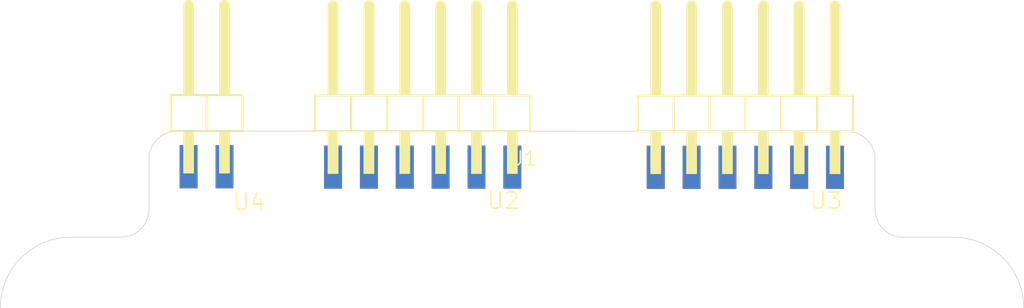
<source format=kicad_pcb>
(kicad_pcb (version 20221018) (generator pcbnew)
  (layers (0 "F.Cu" signal) (31 "B.Cu" signal) (34 "B.Paste" user) (35 "F.Paste" user) (36 "B.SilkS" user "B.Silkscreen") (37 "F.SilkS" user "F.Silkscreen") (38 "B.Mask" user) (39 "F.Mask" user) (44 "Edge.Cuts" user))
  (net 0 "")
  (net 1 "pmod1-_1")
  (net 2 "pmod1-_2")
  (net 3 "pmod1-_3")
  (net 4 "pmod1-_4")
  (net 5 "dm")
  (net 6 "pmod1-_6")
  (net 7 "dp")
  (net 8 "_8")
  (net 9 "gnd")
  (net 10 "vcc")
  (net 11 "pmod2-_1")
  (net 12 "pmod2-_2")
  (net 13 "pmod2-_3")
  (net 14 "pmod2-_4")
  (net 15 "_5")
  (net 16 "pmod2-_6")
  (net 17 "_7")
  (net 18 "io14")
  (net 19 "pin2x2-_1")
  (footprint "lib:2X06_EDGE_REVERSED" (layer "F.Cu") (at 182.4447 73.2579)
    (fp_text reference "U3" (at 6.9362 -1.8588) (layer "F.SilkS") (effects (font (size 1.1557 1.1557) (thickness 0.1143)) (justify right top)))
    (fp_text value "" hide)
    (fp_line (start -7.62 -8.636) (end -7.62 -6.096) (stroke (width 0.1524)) (layer "F.SilkS"))
    (fp_line (start -7.62 -6.096) (end -5.08 -6.096) (stroke (width 0.1524)) (layer "F.SilkS"))
    (fp_line (start -6.35 -14.986) (end -6.35 -9.271) (stroke (width 0.762)) (layer "F.SilkS"))
    (fp_line (start -5.08 -8.636) (end -7.62 -8.636) (stroke (width 0.1524)) (layer "F.SilkS"))
    (fp_line (start -5.08 -6.096) (end -5.08 -8.636) (stroke (width 0.1524)) (layer "F.SilkS"))
    (fp_line (start -5.08 -6.096) (end -2.54 -6.096) (stroke (width 0.1524)) (layer "F.SilkS"))
    (fp_line (start -3.81 -14.986) (end -3.81 -9.271) (stroke (width 0.762)) (layer "F.SilkS"))
    (fp_line (start -2.54 -8.636) (end -5.08 -8.636) (stroke (width 0.1524)) (layer "F.SilkS"))
    (fp_line (start -2.54 -6.096) (end -2.54 -8.636) (stroke (width 0.1524)) (layer "F.SilkS"))
    (fp_line (start -2.54 -6.096) (end 0 -6.096) (stroke (width 0.1524)) (layer "F.SilkS"))
    (fp_line (start -1.27 -14.986) (end -1.27 -9.271) (stroke (width 0.762)) (layer "F.SilkS"))
    (fp_line (start 0 -8.636) (end -2.54 -8.636) (stroke (width 0.1524)) (layer "F.SilkS"))
    (fp_line (start 0 -6.096) (end 0 -8.636) (stroke (width 0.1524)) (layer "F.SilkS"))
    (fp_line (start 0 -6.096) (end 2.54 -6.096) (stroke (width 0.1524)) (layer "F.SilkS"))
    (fp_line (start 1.27 -14.986) (end 1.27 -9.271) (stroke (width 0.762)) (layer "F.SilkS"))
    (fp_line (start 2.54 -8.636) (end 0 -8.636) (stroke (width 0.1524)) (layer "F.SilkS"))
    (fp_line (start 2.54 -6.096) (end 2.54 -8.636) (stroke (width 0.1524)) (layer "F.SilkS"))
    (fp_line (start 2.54 -6.096) (end 5.08 -6.096) (stroke (width 0.1524)) (layer "F.SilkS"))
    (fp_line (start 3.81 -14.986) (end 3.81 -9.271) (stroke (width 0.762)) (layer "F.SilkS"))
    (fp_line (start 5.08 -8.636) (end 2.54 -8.636) (stroke (width 0.1524)) (layer "F.SilkS"))
    (fp_line (start 5.08 -6.096) (end 5.08 -8.636) (stroke (width 0.1524)) (layer "F.SilkS"))
    (fp_line (start 5.08 -6.096) (end 7.62 -6.096) (stroke (width 0.1524)) (layer "F.SilkS"))
    (fp_line (start 6.35 -14.986) (end 6.35 -9.271) (stroke (width 0.762)) (layer "F.SilkS"))
    (fp_line (start 7.62 -8.636) (end 5.08 -8.636) (stroke (width 0.1524)) (layer "F.SilkS"))
    (fp_line (start 7.62 -6.096) (end 7.62 -8.636) (stroke (width 0.1524)) (layer "F.SilkS"))
    (fp_poly (pts (xy -6.731 -8.636) (xy -5.969 -8.636) (xy -5.969 -9.144) (xy -6.731 -9.144)) (fill solid) (layer "F.SilkS"))
    (fp_poly (pts (xy -6.731 -3.08) (xy -5.969 -3.08) (xy -5.969 -6.096) (xy -6.731 -6.096)) (fill solid) (layer "F.SilkS"))
    (fp_poly (pts (xy -4.191 -8.636) (xy -3.429 -8.636) (xy -3.429 -9.144) (xy -4.191 -9.144)) (fill solid) (layer "F.SilkS"))
    (fp_poly (pts (xy -4.191 -3.08) (xy -3.429 -3.08) (xy -3.429 -6.096) (xy -4.191 -6.096)) (fill solid) (layer "F.SilkS"))
    (fp_poly (pts (xy -1.651 -8.636) (xy -0.889 -8.636) (xy -0.889 -9.144) (xy -1.651 -9.144)) (fill solid) (layer "F.SilkS"))
    (fp_poly (pts (xy -1.651 -3.08) (xy -0.889 -3.08) (xy -0.889 -6.096) (xy -1.651 -6.096)) (fill solid) (layer "F.SilkS"))
    (fp_poly (pts (xy 0.889 -8.636) (xy 1.651 -8.636) (xy 1.651 -9.144) (xy 0.889 -9.144)) (fill solid) (layer "F.SilkS"))
    (fp_poly (pts (xy 0.889 -3.08) (xy 1.651 -3.08) (xy 1.651 -6.096) (xy 0.889 -6.096)) (fill solid) (layer "F.SilkS"))
    (fp_poly (pts (xy 3.429 -8.636) (xy 4.191 -8.636) (xy 4.191 -9.144) (xy 3.429 -9.144)) (fill solid) (layer "F.SilkS"))
    (fp_poly (pts (xy 3.429 -3.08) (xy 4.191 -3.08) (xy 4.191 -6.096) (xy 3.429 -6.096)) (fill solid) (layer "F.SilkS"))
    (fp_poly (pts (xy 5.969 -8.636) (xy 6.731 -8.636) (xy 6.731 -9.144) (xy 5.969 -9.144)) (fill solid) (layer "F.SilkS"))
    (fp_poly (pts (xy 5.969 -3.08) (xy 6.731 -3.08) (xy 6.731 -6.096) (xy 5.969 -6.096)) (fill solid) (layer "F.SilkS"))
    (pad "1" smd rect (at 6.35 -3.556 90) (size 3.048 1.27) (layers "F.Cu" "F.Paste" "F.Mask") (net 11 "pmod2-_1"))
    (pad "2" smd rect (at 6.35 -3.556 90) (size 3.048 1.27) (layers "B.Cu" "B.Paste" "B.Mask") (net 12 "pmod2-_2"))
    (pad "3" smd rect (at 3.81 -3.556 90) (size 3.048 1.27) (layers "F.Cu" "F.Paste" "F.Mask") (net 13 "pmod2-_3"))
    (pad "4" smd rect (at 3.81 -3.556 90) (size 3.048 1.27) (layers "B.Cu" "B.Paste" "B.Mask") (net 14 "pmod2-_4"))
    (pad "5" smd rect (at 1.27 -3.556 90) (size 3.048 1.27) (layers "F.Cu" "F.Paste" "F.Mask") (net 15 "_5"))
    (pad "6" smd rect (at 1.27 -3.556 90) (size 3.048 1.27) (layers "B.Cu" "B.Paste" "B.Mask") (net 16 "pmod2-_6"))
    (pad "7" smd rect (at -1.27 -3.556 90) (size 3.048 1.27) (layers "F.Cu" "F.Paste" "F.Mask") (net 17 "_7"))
    (pad "8" smd rect (at -1.27 -3.556 90) (size 3.048 1.27) (layers "B.Cu" "B.Paste" "B.Mask") (net 18 "io14"))
    (pad "9" smd rect (at -3.81 -3.556 90) (size 3.048 1.27) (layers "F.Cu" "F.Paste" "F.Mask") (net 9 "gnd"))
    (pad "10" smd rect (at -3.81 -3.556 90) (size 3.048 1.27) (layers "B.Cu" "B.Paste" "B.Mask") (net 9 "gnd"))
    (pad "11" smd rect (at -6.35 -3.556 90) (size 3.048 1.27) (layers "F.Cu" "F.Paste" "F.Mask") (net 10 "vcc"))
    (pad "12" smd rect (at -6.35 -3.556 90) (size 3.048 1.27) (layers "B.Cu" "B.Paste" "B.Mask") (net 10 "vcc"))
  )
  (footprint "lib:BOX_EMU" (layer "F.Cu") (at 166.685791 69.575149)
    (fp_text reference "U1" (at 0 -0.5 unlocked) (layer "F.SilkS") (effects (font (thickness 0.1))))
    (fp_text value "")
    (fp_line (start -32.020022 5.079733) (end -28.473544 5.079733) (stroke (width 0.05)) (layer "Edge.Cuts"))
    (fp_line (start -26.48399 -0.44303) (end -26.48399 3.075642) (stroke (width 0.05)) (layer "Edge.Cuts"))
    (fp_line (start 22.94421 -2.424199) (end -24.496959 -2.443149) (stroke (width 0.05)) (layer "Edge.Cuts"))
    (fp_line (start 24.94401 3.080001) (end 24.94401 -0.424199) (stroke (width 0.05)) (layer "Edge.Cuts"))
    (fp_line (start 30.48 5.080001) (end 26.94401 5.080001) (stroke (width 0.05)) (layer "Edge.Cuts"))
    (fp_arc (start -37.019991 10.079761) (mid -35.55556 6.544205) (end -32.020022 5.079733) (stroke (width 0.05)) (layer "Edge.Cuts"))
    (fp_arc (start -26.48399 -0.443031) (mid -25.90284 -1.852757) (end -24.496959 -2.443149) (stroke (width 0.05)) (layer "Edge.Cuts"))
    (fp_arc (start -26.48399 3.075641) (mid -27.064636 4.4847) (end -28.469422 5.075611) (stroke (width 0.05)) (layer "Edge.Cuts"))
    (fp_arc (start 22.944209 -2.424199) (mid 24.358289 -1.838337) (end 24.94401 -0.424199) (stroke (width 0.05)) (layer "Edge.Cuts"))
    (fp_arc (start 26.94401 5.080001) (mid 25.529791 4.49422) (end 24.94401 3.080001) (stroke (width 0.05)) (layer "Edge.Cuts"))
    (fp_arc (start 30.48 5.08) (mid 34.015533 6.544465) (end 35.48001 10.079992) (stroke (width 0.05)) (layer "Edge.Cuts"))
  )
  (footprint "lib:2X02_EDGE_REVERSED" (layer "F.Cu") (at 144.272 66.8655)
    (fp_text reference "U4" (at 1.778 5.969) (layer "F.SilkS") (effects (font (size 1.1557 1.1557) (thickness 0.1143)) (justify left bottom)))
    (fp_text value "" hide)
    (fp_line (start -2.54 -2.286) (end -2.54 0.254) (stroke (width 0.1524)) (layer "F.SilkS"))
    (fp_line (start -2.54 0.254) (end 0 0.254) (stroke (width 0.1524)) (layer "F.SilkS"))
    (fp_line (start -1.27 -8.636) (end -1.27 -2.921) (stroke (width 0.762)) (layer "F.SilkS"))
    (fp_line (start 0 -2.286) (end -2.54 -2.286) (stroke (width 0.1524)) (layer "F.SilkS"))
    (fp_line (start 0 0.254) (end 0 -2.286) (stroke (width 0.1524)) (layer "F.SilkS"))
    (fp_line (start 0 0.254) (end 2.54 0.254) (stroke (width 0.1524)) (layer "F.SilkS"))
    (fp_line (start 1.27 -8.636) (end 1.27 -2.921) (stroke (width 0.762)) (layer "F.SilkS"))
    (fp_line (start 2.54 -2.286) (end 0 -2.286) (stroke (width 0.1524)) (layer "F.SilkS"))
    (fp_line (start 2.54 0.254) (end 2.54 -2.286) (stroke (width 0.1524)) (layer "F.SilkS"))
    (fp_poly (pts (xy -1.651 -2.286) (xy -0.889 -2.286) (xy -0.889 -2.794) (xy -1.651 -2.794)) (fill solid) (layer "F.SilkS"))
    (fp_poly (pts (xy -1.651 3.27) (xy -0.889 3.27) (xy -0.889 0.254) (xy -1.651 0.254)) (fill solid) (layer "F.SilkS"))
    (fp_poly (pts (xy 0.889 -2.286) (xy 1.651 -2.286) (xy 1.651 -2.794) (xy 0.889 -2.794)) (fill solid) (layer "F.SilkS"))
    (fp_poly (pts (xy 0.889 3.27) (xy 1.651 3.27) (xy 1.651 0.254) (xy 0.889 0.254)) (fill solid) (layer "F.SilkS"))
    (pad "1" smd rect (at 1.27 2.794 90) (size 3.048 1.27) (layers "F.Cu" "F.Paste" "F.Mask") (net 19 "pin2x2-_1"))
    (pad "2" smd rect (at 1.27 2.794 90) (size 3.048 1.27) (layers "B.Cu" "B.Paste" "B.Mask") (net 9 "gnd"))
    (pad "3" smd rect (at -1.27 2.794 90) (size 3.048 1.27) (layers "F.Cu" "F.Paste" "F.Mask") (net 9 "gnd"))
    (pad "4" smd rect (at -1.27 2.794 90) (size 3.048 1.27) (layers "B.Cu" "B.Paste" "B.Mask") (net 19 "pin2x2-_1"))
  )
  (footprint "lib:2X06_EDGE_REVERSED" (layer "F.Cu") (at 159.5848 73.2458)
    (fp_text reference "U2" (at 6.9362 -1.8588) (layer "F.SilkS") (effects (font (size 1.1557 1.1557) (thickness 0.1143)) (justify right top)))
    (fp_text value "" hide)
    (fp_line (start -7.62 -8.636) (end -7.62 -6.096) (stroke (width 0.1524)) (layer "F.SilkS"))
    (fp_line (start -7.62 -6.096) (end -5.08 -6.096) (stroke (width 0.1524)) (layer "F.SilkS"))
    (fp_line (start -6.35 -14.986) (end -6.35 -9.271) (stroke (width 0.762)) (layer "F.SilkS"))
    (fp_line (start -5.08 -8.636) (end -7.62 -8.636) (stroke (width 0.1524)) (layer "F.SilkS"))
    (fp_line (start -5.08 -6.096) (end -5.08 -8.636) (stroke (width 0.1524)) (layer "F.SilkS"))
    (fp_line (start -5.08 -6.096) (end -2.54 -6.096) (stroke (width 0.1524)) (layer "F.SilkS"))
    (fp_line (start -3.81 -14.986) (end -3.81 -9.271) (stroke (width 0.762)) (layer "F.SilkS"))
    (fp_line (start -2.54 -8.636) (end -5.08 -8.636) (stroke (width 0.1524)) (layer "F.SilkS"))
    (fp_line (start -2.54 -6.096) (end -2.54 -8.636) (stroke (width 0.1524)) (layer "F.SilkS"))
    (fp_line (start -2.54 -6.096) (end 0 -6.096) (stroke (width 0.1524)) (layer "F.SilkS"))
    (fp_line (start -1.27 -14.986) (end -1.27 -9.271) (stroke (width 0.762)) (layer "F.SilkS"))
    (fp_line (start 0 -8.636) (end -2.54 -8.636) (stroke (width 0.1524)) (layer "F.SilkS"))
    (fp_line (start 0 -6.096) (end 0 -8.636) (stroke (width 0.1524)) (layer "F.SilkS"))
    (fp_line (start 0 -6.096) (end 2.54 -6.096) (stroke (width 0.1524)) (layer "F.SilkS"))
    (fp_line (start 1.27 -14.986) (end 1.27 -9.271) (stroke (width 0.762)) (layer "F.SilkS"))
    (fp_line (start 2.54 -8.636) (end 0 -8.636) (stroke (width 0.1524)) (layer "F.SilkS"))
    (fp_line (start 2.54 -6.096) (end 2.54 -8.636) (stroke (width 0.1524)) (layer "F.SilkS"))
    (fp_line (start 2.54 -6.096) (end 5.08 -6.096) (stroke (width 0.1524)) (layer "F.SilkS"))
    (fp_line (start 3.81 -14.986) (end 3.81 -9.271) (stroke (width 0.762)) (layer "F.SilkS"))
    (fp_line (start 5.08 -8.636) (end 2.54 -8.636) (stroke (width 0.1524)) (layer "F.SilkS"))
    (fp_line (start 5.08 -6.096) (end 5.08 -8.636) (stroke (width 0.1524)) (layer "F.SilkS"))
    (fp_line (start 5.08 -6.096) (end 7.62 -6.096) (stroke (width 0.1524)) (layer "F.SilkS"))
    (fp_line (start 6.35 -14.986) (end 6.35 -9.271) (stroke (width 0.762)) (layer "F.SilkS"))
    (fp_line (start 7.62 -8.636) (end 5.08 -8.636) (stroke (width 0.1524)) (layer "F.SilkS"))
    (fp_line (start 7.62 -6.096) (end 7.62 -8.636) (stroke (width 0.1524)) (layer "F.SilkS"))
    (fp_poly (pts (xy -6.731 -8.636) (xy -5.969 -8.636) (xy -5.969 -9.144) (xy -6.731 -9.144)) (fill solid) (layer "F.SilkS"))
    (fp_poly (pts (xy -6.731 -3.08) (xy -5.969 -3.08) (xy -5.969 -6.096) (xy -6.731 -6.096)) (fill solid) (layer "F.SilkS"))
    (fp_poly (pts (xy -4.191 -8.636) (xy -3.429 -8.636) (xy -3.429 -9.144) (xy -4.191 -9.144)) (fill solid) (layer "F.SilkS"))
    (fp_poly (pts (xy -4.191 -3.08) (xy -3.429 -3.08) (xy -3.429 -6.096) (xy -4.191 -6.096)) (fill solid) (layer "F.SilkS"))
    (fp_poly (pts (xy -1.651 -8.636) (xy -0.889 -8.636) (xy -0.889 -9.144) (xy -1.651 -9.144)) (fill solid) (layer "F.SilkS"))
    (fp_poly (pts (xy -1.651 -3.08) (xy -0.889 -3.08) (xy -0.889 -6.096) (xy -1.651 -6.096)) (fill solid) (layer "F.SilkS"))
    (fp_poly (pts (xy 0.889 -8.636) (xy 1.651 -8.636) (xy 1.651 -9.144) (xy 0.889 -9.144)) (fill solid) (layer "F.SilkS"))
    (fp_poly (pts (xy 0.889 -3.08) (xy 1.651 -3.08) (xy 1.651 -6.096) (xy 0.889 -6.096)) (fill solid) (layer "F.SilkS"))
    (fp_poly (pts (xy 3.429 -8.636) (xy 4.191 -8.636) (xy 4.191 -9.144) (xy 3.429 -9.144)) (fill solid) (layer "F.SilkS"))
    (fp_poly (pts (xy 3.429 -3.08) (xy 4.191 -3.08) (xy 4.191 -6.096) (xy 3.429 -6.096)) (fill solid) (layer "F.SilkS"))
    (fp_poly (pts (xy 5.969 -8.636) (xy 6.731 -8.636) (xy 6.731 -9.144) (xy 5.969 -9.144)) (fill solid) (layer "F.SilkS"))
    (fp_poly (pts (xy 5.969 -3.08) (xy 6.731 -3.08) (xy 6.731 -6.096) (xy 5.969 -6.096)) (fill solid) (layer "F.SilkS"))
    (pad "1" smd rect (at 6.35 -3.556 90) (size 3.048 1.27) (layers "F.Cu" "F.Paste" "F.Mask") (net 1 "pmod1-_1"))
    (pad "2" smd rect (at 6.35 -3.556 90) (size 3.048 1.27) (layers "B.Cu" "B.Paste" "B.Mask") (net 2 "pmod1-_2"))
    (pad "3" smd rect (at 3.81 -3.556 90) (size 3.048 1.27) (layers "F.Cu" "F.Paste" "F.Mask") (net 3 "pmod1-_3"))
    (pad "4" smd rect (at 3.81 -3.556 90) (size 3.048 1.27) (layers "B.Cu" "B.Paste" "B.Mask") (net 4 "pmod1-_4"))
    (pad "5" smd rect (at 1.27 -3.556 90) (size 3.048 1.27) (layers "F.Cu" "F.Paste" "F.Mask") (net 5 "dm"))
    (pad "6" smd rect (at 1.27 -3.556 90) (size 3.048 1.27) (layers "B.Cu" "B.Paste" "B.Mask") (net 6 "pmod1-_6"))
    (pad "7" smd rect (at -1.27 -3.556 90) (size 3.048 1.27) (layers "F.Cu" "F.Paste" "F.Mask") (net 7 "dp"))
    (pad "8" smd rect (at -1.27 -3.556 90) (size 3.048 1.27) (layers "B.Cu" "B.Paste" "B.Mask") (net 8 "_8"))
    (pad "9" smd rect (at -3.81 -3.556 90) (size 3.048 1.27) (layers "F.Cu" "F.Paste" "F.Mask") (net 9 "gnd"))
    (pad "10" smd rect (at -3.81 -3.556 90) (size 3.048 1.27) (layers "B.Cu" "B.Paste" "B.Mask") (net 9 "gnd"))
    (pad "11" smd rect (at -6.35 -3.556 90) (size 3.048 1.27) (layers "F.Cu" "F.Paste" "F.Mask") (net 10 "vcc"))
    (pad "12" smd rect (at -6.35 -3.556 90) (size 3.048 1.27) (layers "B.Cu" "B.Paste" "B.Mask") (net 10 "vcc"))
  )
)
</source>
